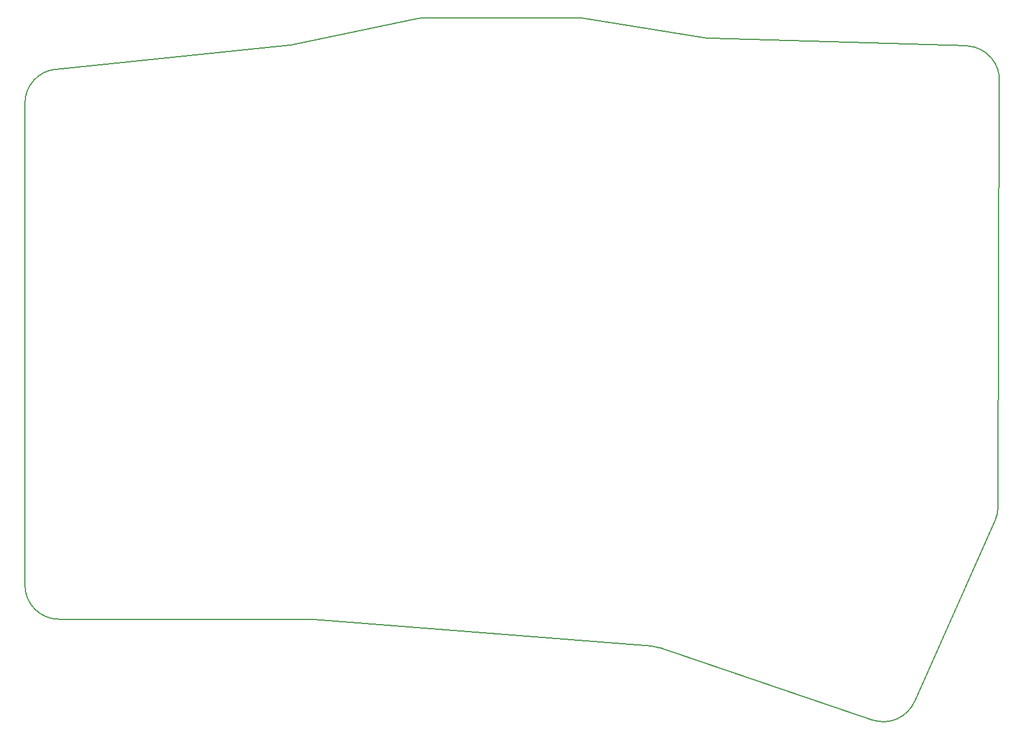
<source format=gm1>
%TF.GenerationSoftware,KiCad,Pcbnew,9.0.2*%
%TF.CreationDate,2025-06-03T16:56:12+08:00*%
%TF.ProjectId,experiment,65787065-7269-46d6-956e-742e6b696361,v1.0.0*%
%TF.SameCoordinates,Original*%
%TF.FileFunction,Profile,NP*%
%FSLAX46Y46*%
G04 Gerber Fmt 4.6, Leading zero omitted, Abs format (unit mm)*
G04 Created by KiCad (PCBNEW 9.0.2) date 2025-06-03 16:56:12*
%MOMM*%
%LPD*%
G01*
G04 APERTURE LIST*
%TA.AperFunction,Profile*%
%ADD10C,0.150000*%
%TD*%
G04 APERTURE END LIST*
D10*
X126825000Y-163925000D02*
G75*
G02*
X121825000Y-158925000I0J5000000D01*
G01*
X180348110Y-75875000D02*
X202485193Y-75875000D01*
X259793305Y-80000001D02*
G75*
G02*
X264436796Y-85417724I-351405J-4999999D01*
G01*
X252024656Y-175962241D02*
G75*
G02*
X245850099Y-178663395I-4567756J2033641D01*
G01*
X222092757Y-78890166D02*
X259793305Y-80000000D01*
X202485193Y-75875000D02*
G75*
G02*
X203265006Y-75936183I7J-5000100D01*
G01*
X213586608Y-167875657D02*
X164072742Y-163940715D01*
X203265006Y-75936185D02*
X221664350Y-78841345D01*
X121825000Y-88388439D02*
G75*
G02*
X126314888Y-83414529I5000000J-1D01*
G01*
X163676634Y-163925000D02*
G75*
G02*
X164072742Y-163940719I-34J-4999600D01*
G01*
X161085332Y-79820719D02*
G75*
G02*
X160565392Y-79901877I-1030032J4892819D01*
G01*
X126314888Y-83414528D02*
X160565392Y-79901881D01*
X213586608Y-167875657D02*
G75*
G02*
X214797309Y-168125162I-396108J-4984243D01*
G01*
X179318058Y-75982251D02*
G75*
G02*
X180348110Y-75875002I1030042J-4892749D01*
G01*
X263803664Y-149506156D02*
X252024656Y-175962241D01*
X222092757Y-78890166D02*
G75*
G02*
X221664350Y-78841346I351343J4987266D01*
G01*
X161085332Y-79820720D02*
X179318057Y-75982251D01*
X264436795Y-85417727D02*
X264235908Y-147489370D01*
X245850118Y-178663340D02*
X214797310Y-168125160D01*
X163676634Y-163925000D02*
X126825000Y-163925000D01*
X121825000Y-158925000D02*
X121825000Y-88388439D01*
X264235908Y-147489370D02*
G75*
G02*
X263803677Y-149506162I-5000008J16870D01*
G01*
M02*

</source>
